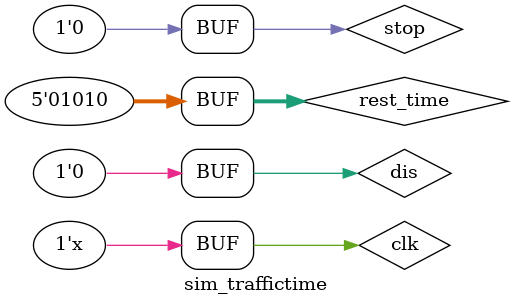
<source format=v>
module sim_traffictime();
    reg red_s, yellow_s, green_s, init_s, save_s;
    reg five_time, eight_time;
    reg clk;
    reg [4 : 0]rest_time;
    wire [4 : 0]next_time;
    reg stop, dis;

    clock cl(clk, rest_time, next_time, stop, dis);
    initial begin
        clk <= 0;
        rest_time <= 0;
        stop <= 0;
        dis <= 0;

        #50 rest_time <= 10;
    end

    always begin
        #5 clk = ~clk;
    end
endmodule // sim_
</source>
